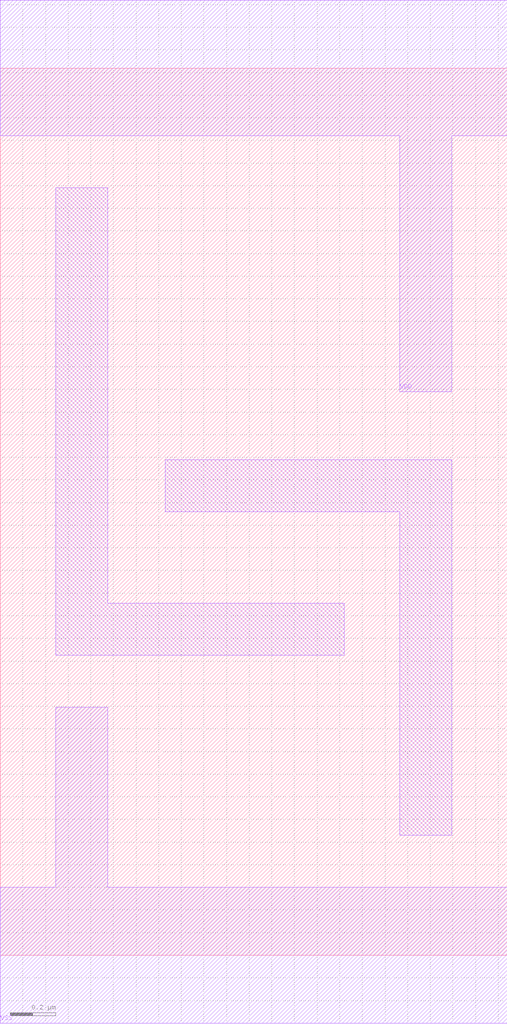
<source format=lef>
# Copyright 2022 GlobalFoundries PDK Authors
#
# Licensed under the Apache License, Version 2.0 (the "License");
# you may not use this file except in compliance with the License.
# You may obtain a copy of the License at
#
#      http://www.apache.org/licenses/LICENSE-2.0
#
# Unless required by applicable law or agreed to in writing, software
# distributed under the License is distributed on an "AS IS" BASIS,
# WITHOUT WARRANTIES OR CONDITIONS OF ANY KIND, either express or implied.
# See the License for the specific language governing permissions and
# limitations under the License.

MACRO gf180mcu_fd_sc_mcu7t5v0__fillcap_4
  CLASS core SPACER ;
  FOREIGN gf180mcu_fd_sc_mcu7t5v0__fillcap_4 0.0 0.0 ;
  ORIGIN 0 0 ;
  SYMMETRY X Y ;
  SITE GF018hv5v_mcu_sc7 ;
  SIZE 2.24 BY 3.92 ;
  PIN VDD
    DIRECTION INOUT ;
    USE power ;
    SHAPE ABUTMENT ;
    PORT
      LAYER Metal1 ;
        POLYGON 0 3.62 1.765 3.62 1.765 2.49 1.995 2.49 1.995 3.62 2.24 3.62 2.24 4.22 1.995 4.22 0 4.22  ;
    END
  END VDD
  PIN VSS
    DIRECTION INOUT ;
    USE ground ;
    SHAPE ABUTMENT ;
    PORT
      LAYER Metal1 ;
        POLYGON 0 -0.3 2.24 -0.3 2.24 0.3 0.475 0.3 0.475 1.095 0.245 1.095 0.245 0.3 0 0.3  ;
    END
  END VSS
  OBS
      LAYER Metal1 ;
        POLYGON 0.245 1.325 1.52 1.325 1.52 1.555 0.475 1.555 0.475 3.39 0.245 3.39  ;
        POLYGON 0.73 1.96 1.765 1.96 1.765 0.53 1.995 0.53 1.995 2.19 0.73 2.19  ;
  END
END gf180mcu_fd_sc_mcu7t5v0__fillcap_4

</source>
